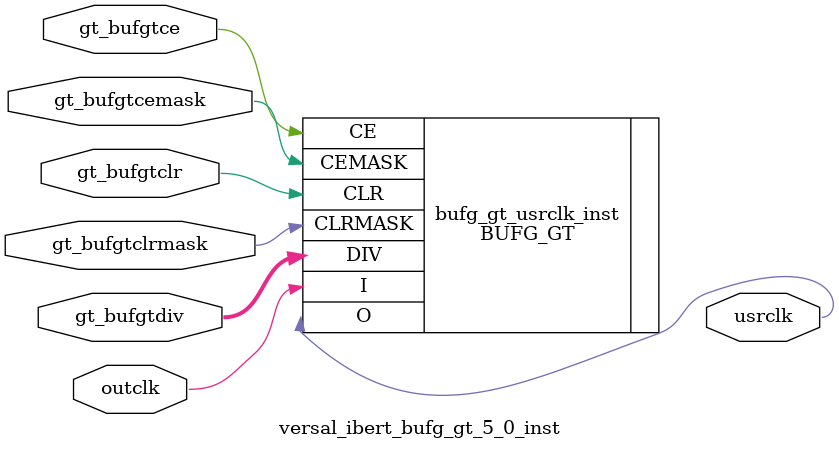
<source format=v>




`timescale 1ns / 1ps



module versal_ibert_bufg_gt_5_0_inst  (
    input outclk,
    input gt_bufgtce,
    input gt_bufgtcemask,
    input gt_bufgtclr,
    input gt_bufgtclrmask,
    input [2:0] gt_bufgtdiv,
    output usrclk
    );
     
      wire sync_ce;
      wire sync_clr;

      //BUFG_GT_SYNC sync_clr_ce (.CESYNC(sync_ce), .CLRSYNC(sync_clr), .CE(gt_bufgtce), .CLK(outclk), .CLR(gt_bufgtclr));
    //assign usrclk = outclk;
      BUFG_GT #(
        .SIM_DEVICE ("VERSAL_PREMIUM")
      ) bufg_gt_usrclk_inst (
        .CE      (gt_bufgtce),
        .CEMASK  (gt_bufgtcemask),
        .CLR     (gt_bufgtclr),
        .CLRMASK (gt_bufgtclrmask),
        .DIV     (gt_bufgtdiv),
        .I       (outclk),
        .O       (usrclk)
      );
endmodule
//------}

</source>
